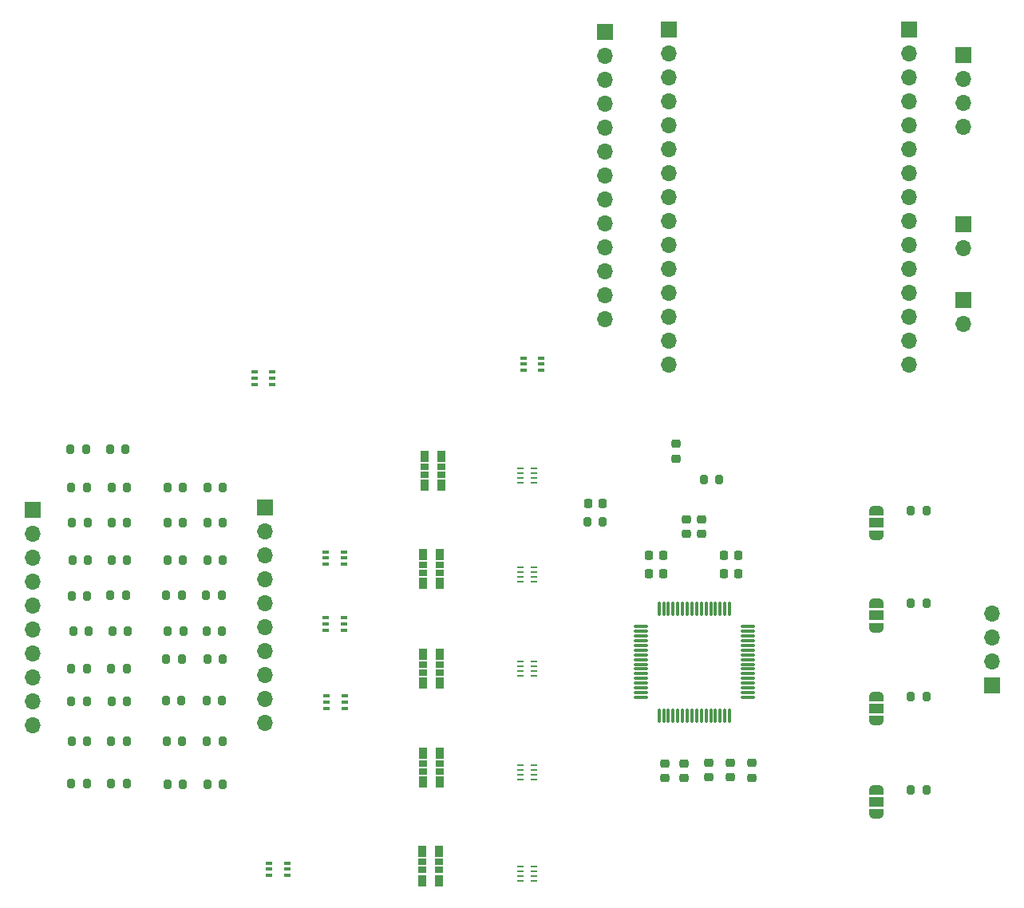
<source format=gbr>
%TF.GenerationSoftware,KiCad,Pcbnew,8.0.5*%
%TF.CreationDate,2025-02-22T12:03:58-08:00*%
%TF.ProjectId,eegw:ads1299,65656777-3a61-4647-9331-3239392e6b69,rev?*%
%TF.SameCoordinates,Original*%
%TF.FileFunction,Soldermask,Top*%
%TF.FilePolarity,Negative*%
%FSLAX46Y46*%
G04 Gerber Fmt 4.6, Leading zero omitted, Abs format (unit mm)*
G04 Created by KiCad (PCBNEW 8.0.5) date 2025-02-22 12:03:58*
%MOMM*%
%LPD*%
G01*
G04 APERTURE LIST*
G04 Aperture macros list*
%AMRoundRect*
0 Rectangle with rounded corners*
0 $1 Rounding radius*
0 $2 $3 $4 $5 $6 $7 $8 $9 X,Y pos of 4 corners*
0 Add a 4 corners polygon primitive as box body*
4,1,4,$2,$3,$4,$5,$6,$7,$8,$9,$2,$3,0*
0 Add four circle primitives for the rounded corners*
1,1,$1+$1,$2,$3*
1,1,$1+$1,$4,$5*
1,1,$1+$1,$6,$7*
1,1,$1+$1,$8,$9*
0 Add four rect primitives between the rounded corners*
20,1,$1+$1,$2,$3,$4,$5,0*
20,1,$1+$1,$4,$5,$6,$7,0*
20,1,$1+$1,$6,$7,$8,$9,0*
20,1,$1+$1,$8,$9,$2,$3,0*%
%AMFreePoly0*
4,1,19,0.550000,-0.750000,0.000000,-0.750000,0.000000,-0.744911,-0.071157,-0.744911,-0.207708,-0.704816,-0.327430,-0.627875,-0.420627,-0.520320,-0.479746,-0.390866,-0.500000,-0.250000,-0.500000,0.250000,-0.479746,0.390866,-0.420627,0.520320,-0.327430,0.627875,-0.207708,0.704816,-0.071157,0.744911,0.000000,0.744911,0.000000,0.750000,0.550000,0.750000,0.550000,-0.750000,0.550000,-0.750000,
$1*%
%AMFreePoly1*
4,1,19,0.000000,0.744911,0.071157,0.744911,0.207708,0.704816,0.327430,0.627875,0.420627,0.520320,0.479746,0.390866,0.500000,0.250000,0.500000,-0.250000,0.479746,-0.390866,0.420627,-0.520320,0.327430,-0.627875,0.207708,-0.704816,0.071157,-0.744911,0.000000,-0.744911,0.000000,-0.750000,-0.550000,-0.750000,-0.550000,0.750000,0.000000,0.750000,0.000000,0.744911,0.000000,0.744911,
$1*%
G04 Aperture macros list end*
%ADD10RoundRect,0.225000X-0.250000X0.225000X-0.250000X-0.225000X0.250000X-0.225000X0.250000X0.225000X0*%
%ADD11R,1.700000X1.700000*%
%ADD12O,1.700000X1.700000*%
%ADD13RoundRect,0.075000X-0.662500X-0.075000X0.662500X-0.075000X0.662500X0.075000X-0.662500X0.075000X0*%
%ADD14RoundRect,0.075000X-0.075000X-0.662500X0.075000X-0.662500X0.075000X0.662500X-0.075000X0.662500X0*%
%ADD15RoundRect,0.200000X-0.200000X-0.275000X0.200000X-0.275000X0.200000X0.275000X-0.200000X0.275000X0*%
%ADD16RoundRect,0.225000X0.225000X0.250000X-0.225000X0.250000X-0.225000X-0.250000X0.225000X-0.250000X0*%
%ADD17RoundRect,0.200000X0.200000X0.275000X-0.200000X0.275000X-0.200000X-0.275000X0.200000X-0.275000X0*%
%ADD18R,0.965200X1.244600*%
%ADD19R,0.965200X0.660400*%
%ADD20RoundRect,0.218750X0.256250X-0.218750X0.256250X0.218750X-0.256250X0.218750X-0.256250X-0.218750X0*%
%ADD21FreePoly0,90.000000*%
%ADD22R,1.500000X1.000000*%
%ADD23FreePoly1,90.000000*%
%ADD24R,0.685800X0.152400*%
%ADD25RoundRect,0.100000X0.225000X0.100000X-0.225000X0.100000X-0.225000X-0.100000X0.225000X-0.100000X0*%
%ADD26RoundRect,0.100000X-0.225000X-0.100000X0.225000X-0.100000X0.225000X0.100000X-0.225000X0.100000X0*%
%ADD27RoundRect,0.225000X0.250000X-0.225000X0.250000X0.225000X-0.250000X0.225000X-0.250000X-0.225000X0*%
%ADD28RoundRect,0.225000X-0.225000X-0.250000X0.225000X-0.250000X0.225000X0.250000X-0.225000X0.250000X0*%
G04 APERTURE END LIST*
D10*
%TO.C,C16*%
X156006500Y-136762000D03*
X156006500Y-138312000D03*
%TD*%
D11*
%TO.C,J1*%
X142687500Y-59262500D03*
D12*
X142687500Y-61802500D03*
X142687500Y-64342500D03*
X142687500Y-66882500D03*
X142687500Y-69422500D03*
X142687500Y-71962500D03*
X142687500Y-74502500D03*
X142687500Y-77042500D03*
X142687500Y-79582500D03*
X142687500Y-82122500D03*
X142687500Y-84662500D03*
X142687500Y-87202500D03*
X142687500Y-89742500D03*
%TD*%
D13*
%TO.C,U6*%
X146500000Y-122350000D03*
X146500000Y-122850000D03*
X146500000Y-123350000D03*
X146500000Y-123850000D03*
X146500000Y-124350000D03*
X146500000Y-124850000D03*
X146500000Y-125350000D03*
X146500000Y-125850000D03*
X146500000Y-126350000D03*
X146500000Y-126850000D03*
X146500000Y-127350000D03*
X146500000Y-127850000D03*
X146500000Y-128350000D03*
X146500000Y-128850000D03*
X146500000Y-129350000D03*
X146500000Y-129850000D03*
D14*
X148412500Y-131762500D03*
X148912500Y-131762500D03*
X149412500Y-131762500D03*
X149912500Y-131762500D03*
X150412500Y-131762500D03*
X150912500Y-131762500D03*
X151412500Y-131762500D03*
X151912500Y-131762500D03*
X152412500Y-131762500D03*
X152912500Y-131762500D03*
X153412500Y-131762500D03*
X153912500Y-131762500D03*
X154412500Y-131762500D03*
X154912500Y-131762500D03*
X155412500Y-131762500D03*
X155912500Y-131762500D03*
D13*
X157825000Y-129850000D03*
X157825000Y-129350000D03*
X157825000Y-128850000D03*
X157825000Y-128350000D03*
X157825000Y-127850000D03*
X157825000Y-127350000D03*
X157825000Y-126850000D03*
X157825000Y-126350000D03*
X157825000Y-125850000D03*
X157825000Y-125350000D03*
X157825000Y-124850000D03*
X157825000Y-124350000D03*
X157825000Y-123850000D03*
X157825000Y-123350000D03*
X157825000Y-122850000D03*
X157825000Y-122350000D03*
D14*
X155912500Y-120437500D03*
X155412500Y-120437500D03*
X154912500Y-120437500D03*
X154412500Y-120437500D03*
X153912500Y-120437500D03*
X153412500Y-120437500D03*
X152912500Y-120437500D03*
X152412500Y-120437500D03*
X151912500Y-120437500D03*
X151412500Y-120437500D03*
X150912500Y-120437500D03*
X150412500Y-120437500D03*
X149912500Y-120437500D03*
X149412500Y-120437500D03*
X148912500Y-120437500D03*
X148412500Y-120437500D03*
%TD*%
D15*
%TO.C,R15*%
X86125000Y-134555000D03*
X87775000Y-134555000D03*
%TD*%
%TO.C,R10*%
X90350000Y-111305000D03*
X92000000Y-111305000D03*
%TD*%
D16*
%TO.C,C11*%
X156825000Y-114762500D03*
X155275000Y-114762500D03*
%TD*%
D17*
%TO.C,R39*%
X97850000Y-134555000D03*
X96200000Y-134555000D03*
%TD*%
%TO.C,R7*%
X102150000Y-111295000D03*
X100500000Y-111295000D03*
%TD*%
D18*
%TO.C,R49*%
X123336400Y-146216600D03*
D19*
X123336400Y-147338010D03*
X123336400Y-148167320D03*
D18*
X123336400Y-149290000D03*
X125089000Y-149290000D03*
D19*
X125089000Y-148168590D03*
X125089000Y-147339280D03*
D18*
X125089000Y-146216600D03*
%TD*%
D20*
%TO.C,FB1*%
X150212500Y-104525000D03*
X150212500Y-102950000D03*
%TD*%
D15*
%TO.C,R32*%
X90300000Y-134555000D03*
X91950000Y-134555000D03*
%TD*%
D18*
%TO.C,R44*%
X123422400Y-125277300D03*
D19*
X123422400Y-126398710D03*
X123422400Y-127228020D03*
D18*
X123422400Y-128350700D03*
X125175000Y-128350700D03*
D19*
X125175000Y-127229290D03*
X125175000Y-126399980D03*
D18*
X125175000Y-125277300D03*
%TD*%
D15*
%TO.C,R1*%
X86075000Y-107565000D03*
X87725000Y-107565000D03*
%TD*%
D11*
%TO.C,J4*%
X180687500Y-61662500D03*
D12*
X180687500Y-64202500D03*
X180687500Y-66742500D03*
X180687500Y-69282500D03*
%TD*%
D15*
%TO.C,R19*%
X86125000Y-119065000D03*
X87775000Y-119065000D03*
%TD*%
%TO.C,R31*%
X90300000Y-138975000D03*
X91950000Y-138975000D03*
%TD*%
%TO.C,R47*%
X175150000Y-129750000D03*
X176800000Y-129750000D03*
%TD*%
D11*
%TO.C,J2*%
X149462000Y-58952500D03*
D12*
X149462000Y-61492500D03*
X149462000Y-64032500D03*
X149462000Y-66572500D03*
X149462000Y-69112500D03*
X149462000Y-71652500D03*
X149462000Y-74192500D03*
X149462000Y-76732500D03*
X149462000Y-79272500D03*
X149462000Y-81812500D03*
X149462000Y-84352500D03*
X149462000Y-86892500D03*
X149462000Y-89432500D03*
X149462000Y-91972500D03*
X149462000Y-94512500D03*
%TD*%
D21*
%TO.C,JP1*%
X171475000Y-112650000D03*
D22*
X171475000Y-111350000D03*
D23*
X171475000Y-110050000D03*
%TD*%
D15*
%TO.C,R21*%
X86075000Y-130310000D03*
X87725000Y-130310000D03*
%TD*%
%TO.C,R20*%
X86050000Y-126815000D03*
X87700000Y-126815000D03*
%TD*%
D21*
%TO.C,JP4*%
X171475000Y-142250000D03*
D22*
X171475000Y-140950000D03*
D23*
X171475000Y-139650000D03*
%TD*%
D15*
%TO.C,R16*%
X86175000Y-115305000D03*
X87825000Y-115305000D03*
%TD*%
D17*
%TO.C,R28*%
X97975000Y-122815000D03*
X96325000Y-122815000D03*
%TD*%
D24*
%TO.C,C1*%
X133675000Y-105584000D03*
X133675000Y-106092000D03*
X133675000Y-106600000D03*
X133675000Y-107108000D03*
X135148200Y-107108000D03*
X135148200Y-106600000D03*
X135148200Y-106092000D03*
X135148200Y-105584000D03*
%TD*%
D17*
%TO.C,R29*%
X102150000Y-115305000D03*
X100500000Y-115305000D03*
%TD*%
D15*
%TO.C,R13*%
X140825000Y-111262500D03*
X142475000Y-111262500D03*
%TD*%
D11*
%TO.C,J7*%
X81950000Y-109930000D03*
D12*
X81950000Y-112470000D03*
X81950000Y-115010000D03*
X81950000Y-117550000D03*
X81950000Y-120090000D03*
X81950000Y-122630000D03*
X81950000Y-125170000D03*
X81950000Y-127710000D03*
X81950000Y-130250000D03*
X81950000Y-132790000D03*
%TD*%
D25*
%TO.C,U2*%
X135923500Y-95134000D03*
X135923500Y-94484000D03*
X135923500Y-93834000D03*
X134023500Y-93834000D03*
X134023500Y-94484000D03*
X134023500Y-95134000D03*
%TD*%
D17*
%TO.C,R6*%
X97900000Y-111305000D03*
X96250000Y-111305000D03*
%TD*%
D15*
%TO.C,R33*%
X90350000Y-115305000D03*
X92000000Y-115305000D03*
%TD*%
D16*
%TO.C,C13*%
X148875000Y-114762500D03*
X147325000Y-114762500D03*
%TD*%
D21*
%TO.C,JP2*%
X171475000Y-132350000D03*
D22*
X171475000Y-131050000D03*
D23*
X171475000Y-129750000D03*
%TD*%
D26*
%TO.C,U5*%
X113075000Y-114425000D03*
X113075000Y-115075000D03*
X113075000Y-115725000D03*
X114975000Y-115725000D03*
X114975000Y-115075000D03*
X114975000Y-114425000D03*
%TD*%
D15*
%TO.C,R41*%
X90325000Y-130300000D03*
X91975000Y-130300000D03*
%TD*%
D24*
%TO.C,C5*%
X133701800Y-126084000D03*
X133701800Y-126592000D03*
X133701800Y-127100000D03*
X133701800Y-127608000D03*
X135175000Y-127608000D03*
X135175000Y-127100000D03*
X135175000Y-126592000D03*
X135175000Y-126084000D03*
%TD*%
D26*
%TO.C,U7*%
X107050000Y-147450000D03*
X107050000Y-148100000D03*
X107050000Y-148750000D03*
X108950000Y-148750000D03*
X108950000Y-148100000D03*
X108950000Y-147450000D03*
%TD*%
D27*
%TO.C,C15*%
X158269000Y-138374500D03*
X158269000Y-136824500D03*
%TD*%
%TO.C,C14*%
X151074000Y-138392000D03*
X151074000Y-136842000D03*
%TD*%
D17*
%TO.C,R23*%
X102025000Y-119045000D03*
X100375000Y-119045000D03*
%TD*%
D15*
%TO.C,R4*%
X90175000Y-103555000D03*
X91825000Y-103555000D03*
%TD*%
D25*
%TO.C,U1*%
X107400000Y-96650000D03*
X107400000Y-96000000D03*
X107400000Y-95350000D03*
X105500000Y-95350000D03*
X105500000Y-96000000D03*
X105500000Y-96650000D03*
%TD*%
D17*
%TO.C,R25*%
X102075000Y-122805000D03*
X100425000Y-122805000D03*
%TD*%
D27*
%TO.C,C12*%
X149074000Y-138392000D03*
X149074000Y-136842000D03*
%TD*%
D24*
%TO.C,C7*%
X133701800Y-116084000D03*
X133701800Y-116592000D03*
X133701800Y-117100000D03*
X133701800Y-117608000D03*
X135175000Y-117608000D03*
X135175000Y-117100000D03*
X135175000Y-116592000D03*
X135175000Y-116084000D03*
%TD*%
D17*
%TO.C,R27*%
X102175000Y-139055000D03*
X100525000Y-139055000D03*
%TD*%
D18*
%TO.C,R43*%
X123384400Y-135753300D03*
D19*
X123384400Y-136874710D03*
X123384400Y-137704020D03*
D18*
X123384400Y-138826700D03*
X125137000Y-138826700D03*
D19*
X125137000Y-137705290D03*
X125137000Y-136875980D03*
D18*
X125137000Y-135753300D03*
%TD*%
D17*
%TO.C,R22*%
X97775000Y-119055000D03*
X96125000Y-119055000D03*
%TD*%
D15*
%TO.C,R40*%
X90300000Y-126805000D03*
X91950000Y-126805000D03*
%TD*%
%TO.C,R36*%
X90450000Y-122805000D03*
X92100000Y-122805000D03*
%TD*%
D17*
%TO.C,R24*%
X97900000Y-115305000D03*
X96250000Y-115305000D03*
%TD*%
D28*
%TO.C,C4*%
X140900000Y-109262500D03*
X142450000Y-109262500D03*
%TD*%
D16*
%TO.C,C8*%
X156825000Y-116762500D03*
X155275000Y-116762500D03*
%TD*%
D17*
%TO.C,R9*%
X102150000Y-107555000D03*
X100500000Y-107555000D03*
%TD*%
D15*
%TO.C,R2*%
X86000000Y-103565000D03*
X87650000Y-103565000D03*
%TD*%
D17*
%TO.C,R42*%
X102100000Y-134545000D03*
X100450000Y-134545000D03*
%TD*%
D18*
%TO.C,R11*%
X123574000Y-104253300D03*
D19*
X123574000Y-105374710D03*
X123574000Y-106204020D03*
D18*
X123574000Y-107326700D03*
X125326600Y-107326700D03*
D19*
X125326600Y-106205290D03*
X125326600Y-105375980D03*
D18*
X125326600Y-104253300D03*
%TD*%
D17*
%TO.C,R35*%
X97810000Y-125820000D03*
X96160000Y-125820000D03*
%TD*%
D11*
%TO.C,J3*%
X174950000Y-59012500D03*
D12*
X174950000Y-61552500D03*
X174950000Y-64092500D03*
X174950000Y-66632500D03*
X174950000Y-69172500D03*
X174950000Y-71712500D03*
X174950000Y-74252500D03*
X174950000Y-76792500D03*
X174950000Y-79332500D03*
X174950000Y-81872500D03*
X174950000Y-84412500D03*
X174950000Y-86952500D03*
X174950000Y-89492500D03*
X174950000Y-92032500D03*
X174950000Y-94572500D03*
%TD*%
D24*
%TO.C,C17*%
X133701800Y-147822000D03*
X133701800Y-148330000D03*
X133701800Y-148838000D03*
X133701800Y-149346000D03*
X135175000Y-149346000D03*
X135175000Y-148838000D03*
X135175000Y-148330000D03*
X135175000Y-147822000D03*
%TD*%
D15*
%TO.C,R3*%
X86150000Y-111315000D03*
X87800000Y-111315000D03*
%TD*%
%TO.C,R26*%
X96275000Y-139055000D03*
X97925000Y-139055000D03*
%TD*%
%TO.C,R48*%
X175150000Y-139650000D03*
X176800000Y-139650000D03*
%TD*%
D16*
%TO.C,C10*%
X148875000Y-116762500D03*
X147325000Y-116762500D03*
%TD*%
D15*
%TO.C,R5*%
X90350000Y-107555000D03*
X92000000Y-107555000D03*
%TD*%
%TO.C,R46*%
X175150000Y-119850000D03*
X176800000Y-119850000D03*
%TD*%
D10*
%TO.C,C3*%
X152912500Y-110987500D03*
X152912500Y-112537500D03*
%TD*%
D15*
%TO.C,R34*%
X90225000Y-119055000D03*
X91875000Y-119055000D03*
%TD*%
D11*
%TO.C,J9*%
X183750000Y-128580000D03*
D12*
X183750000Y-126040000D03*
X183750000Y-123500000D03*
X183750000Y-120960000D03*
%TD*%
D15*
%TO.C,R17*%
X86275000Y-122805000D03*
X87925000Y-122805000D03*
%TD*%
%TO.C,R18*%
X86050000Y-138985000D03*
X87700000Y-138985000D03*
%TD*%
D11*
%TO.C,J5*%
X180687500Y-87662500D03*
D12*
X180687500Y-90202500D03*
%TD*%
D10*
%TO.C,C2*%
X151325000Y-110987500D03*
X151325000Y-112537500D03*
%TD*%
D17*
%TO.C,R12*%
X154837500Y-106737500D03*
X153187500Y-106737500D03*
%TD*%
D11*
%TO.C,J8*%
X106612500Y-109712500D03*
D12*
X106612500Y-112252500D03*
X106612500Y-114792500D03*
X106612500Y-117332500D03*
X106612500Y-119872500D03*
X106612500Y-122412500D03*
X106612500Y-124952500D03*
X106612500Y-127492500D03*
X106612500Y-130032500D03*
X106612500Y-132572500D03*
%TD*%
D21*
%TO.C,JP3*%
X171475000Y-122450000D03*
D22*
X171475000Y-121150000D03*
D23*
X171475000Y-119850000D03*
%TD*%
D11*
%TO.C,J6*%
X180687500Y-79662500D03*
D12*
X180687500Y-82202500D03*
%TD*%
D17*
%TO.C,R30*%
X102135000Y-125800000D03*
X100485000Y-125800000D03*
%TD*%
D24*
%TO.C,C6*%
X133701800Y-137084000D03*
X133701800Y-137592000D03*
X133701800Y-138100000D03*
X133701800Y-138608000D03*
X135175000Y-138608000D03*
X135175000Y-138100000D03*
X135175000Y-137592000D03*
X135175000Y-137084000D03*
%TD*%
D17*
%TO.C,R8*%
X97900000Y-107565000D03*
X96250000Y-107565000D03*
%TD*%
%TO.C,R38*%
X97745000Y-130220000D03*
X96095000Y-130220000D03*
%TD*%
D15*
%TO.C,R14*%
X175150000Y-110050000D03*
X176800000Y-110050000D03*
%TD*%
D18*
%TO.C,R45*%
X123422400Y-114692600D03*
D19*
X123422400Y-115814010D03*
X123422400Y-116643320D03*
D18*
X123422400Y-117766000D03*
X125175000Y-117766000D03*
D19*
X125175000Y-116644590D03*
X125175000Y-115815280D03*
D18*
X125175000Y-114692600D03*
%TD*%
D26*
%TO.C,U3*%
X113175000Y-129725000D03*
X113175000Y-130375000D03*
X113175000Y-131025000D03*
X115075000Y-131025000D03*
X115075000Y-130375000D03*
X115075000Y-129725000D03*
%TD*%
D27*
%TO.C,C9*%
X153694000Y-138312000D03*
X153694000Y-136762000D03*
%TD*%
D17*
%TO.C,R37*%
X102070000Y-130220000D03*
X100420000Y-130220000D03*
%TD*%
D26*
%TO.C,U4*%
X113075000Y-121425000D03*
X113075000Y-122075000D03*
X113075000Y-122725000D03*
X114975000Y-122725000D03*
X114975000Y-122075000D03*
X114975000Y-121425000D03*
%TD*%
M02*

</source>
